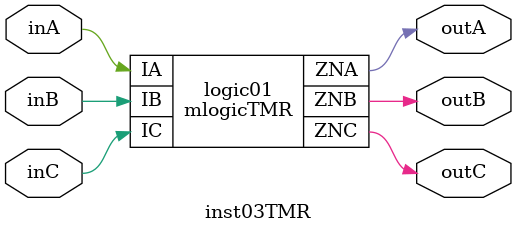
<source format=v>
module mlogicTMR(
  IA,  IB,  IC,
  ZNA, ZNB, ZNC
);
input  IA,  IB,  IC;
output ZNA, ZNB, ZNC;
assign ZNA =  ~IA;
assign ZNB =  ~IB;
assign ZNC =  ~IC;
endmodule

module inst03TMR(
  inA,  inB,  inC,
  outA, outB, outC
);
input inA, inB, inC;
output outA, outB, outC;

mlogicTMR logic01 (
  .IA(inA),
  .IB(inB),
  .IC(inC),
  .ZNA(outA),
  .ZNB(outB),
  .ZNC(outC)
);
endmodule

</source>
